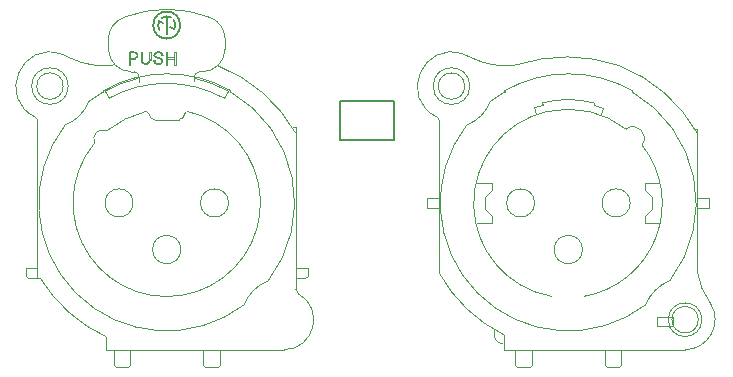
<source format=gto>
G04 #@! TF.FileFunction,Legend,Top*
%FSLAX46Y46*%
G04 Gerber Fmt 4.6, Leading zero omitted, Abs format (unit mm)*
G04 Created by KiCad (PCBNEW 4.0.6) date 06/08/17 14:58:16*
%MOMM*%
%LPD*%
G01*
G04 APERTURE LIST*
%ADD10C,0.100000*%
%ADD11C,0.066040*%
%ADD12C,0.101600*%
%ADD13C,0.129540*%
%ADD14C,0.139700*%
%ADD15C,0.198120*%
%ADD16C,0.150000*%
G04 APERTURE END LIST*
D10*
D11*
X96781820Y-89300760D02*
X96921520Y-89300760D01*
X96921520Y-89300760D02*
X96921520Y-88200940D01*
X96781820Y-88200940D02*
X96921520Y-88200940D01*
X96781820Y-89300760D02*
X96781820Y-88200940D01*
X97795280Y-88940080D02*
X97937520Y-88940080D01*
X97937520Y-88940080D02*
X97937520Y-88195860D01*
X97795280Y-88195860D02*
X97937520Y-88195860D01*
X97795280Y-88940080D02*
X97795280Y-88195860D01*
X98506480Y-88922300D02*
X98646180Y-88922300D01*
X98646180Y-88922300D02*
X98646180Y-88195860D01*
X98506480Y-88195860D02*
X98646180Y-88195860D01*
X98506480Y-88922300D02*
X98506480Y-88195860D01*
X99911100Y-89295680D02*
X100048260Y-89295680D01*
X100048260Y-89295680D02*
X100048260Y-88200940D01*
X99911100Y-88200940D02*
X100048260Y-88200940D01*
X99911100Y-89295680D02*
X99911100Y-88200940D01*
X100619760Y-89295680D02*
X100759460Y-89295680D01*
X100759460Y-89295680D02*
X100759460Y-88195860D01*
X100619760Y-88195860D02*
X100759460Y-88195860D01*
X100619760Y-89295680D02*
X100619760Y-88195860D01*
X100033020Y-88777520D02*
X100637540Y-88777520D01*
X100637540Y-88777520D02*
X100637540Y-88645440D01*
X100033020Y-88645440D02*
X100637540Y-88645440D01*
X100033020Y-88777520D02*
X100033020Y-88645440D01*
X99530100Y-88515900D02*
X99677420Y-88515900D01*
X99677420Y-88515900D02*
X99677420Y-88457480D01*
X99530100Y-88457480D02*
X99677420Y-88457480D01*
X99530100Y-88515900D02*
X99530100Y-88457480D01*
X98851920Y-88975640D02*
X98991620Y-88975640D01*
X98991620Y-88975640D02*
X98991620Y-88927380D01*
X98851920Y-88927380D02*
X98991620Y-88927380D01*
X98851920Y-88975640D02*
X98851920Y-88927380D01*
D12*
X97650500Y-90751100D02*
X97650500Y-90332000D01*
X97251720Y-89900200D02*
X96941840Y-89890040D01*
X104937760Y-87040160D02*
X104937760Y-88000280D01*
X94810780Y-91520720D02*
X95151140Y-92120160D01*
X104848860Y-92130320D02*
X105189220Y-91510560D01*
D13*
X96870720Y-88266980D02*
X97272040Y-88266980D01*
X97282200Y-88780060D02*
X96891040Y-88780060D01*
D14*
X98920500Y-88990880D02*
X98925580Y-89016280D01*
D15*
X100000000Y-86661700D02*
X100000000Y-85272320D01*
X99685040Y-85770160D02*
X99365000Y-85582200D01*
X100317500Y-86125760D02*
X100624840Y-86311180D01*
D12*
X89301520Y-107388100D02*
X88280440Y-107388100D01*
X88280440Y-107388100D02*
X88062000Y-107169660D01*
X88062000Y-107169660D02*
X88062000Y-106499100D01*
X88062000Y-106499100D02*
X89060220Y-106499100D01*
X89060220Y-106499100D02*
X89060220Y-93971820D01*
X94881900Y-112338560D02*
X94881900Y-113428220D01*
X94881900Y-113428220D02*
X109918700Y-113428220D01*
X110939780Y-108327900D02*
X110939780Y-94611900D01*
X110939780Y-94611900D02*
X110708640Y-94611900D01*
X95501660Y-113489180D02*
X95501660Y-114759180D01*
X95501660Y-114759180D02*
X95671840Y-114929360D01*
X95671840Y-114929360D02*
X96720860Y-114929360D01*
X96720860Y-114929360D02*
X96891040Y-114759180D01*
X96891040Y-114759180D02*
X96891040Y-113468860D01*
X103098800Y-113489180D02*
X103098800Y-114749020D01*
X103098800Y-114749020D02*
X103279140Y-114929360D01*
X103279140Y-114929360D02*
X104328160Y-114929360D01*
X104328160Y-114929360D02*
X104498340Y-114759180D01*
X104498340Y-114759180D02*
X104498340Y-113479020D01*
X105389880Y-91591840D02*
X105417820Y-91490240D01*
X94602500Y-91510560D02*
X94640600Y-91591840D01*
X101587500Y-93331740D02*
X101318260Y-93811800D01*
X101028700Y-93961660D02*
X98991620Y-93961660D01*
X98702060Y-93821960D02*
X98430280Y-93380000D01*
X110988040Y-107388100D02*
X111719560Y-107388100D01*
X111719560Y-107388100D02*
X111938000Y-107169660D01*
X111938000Y-107169660D02*
X111938000Y-106488940D01*
X111938000Y-106488940D02*
X110988040Y-106488940D01*
X89060220Y-107350000D02*
X89060220Y-106519420D01*
X97150120Y-101000000D02*
G75*
G03X97150120Y-101000000I-1188720J0D01*
G01*
X105237480Y-101000000D02*
G75*
G03X105237480Y-101000000I-1188720J0D01*
G01*
X101198880Y-104949700D02*
G75*
G03X101198880Y-104949700I-1198880J0D01*
G01*
D15*
X101143000Y-85945420D02*
G75*
G03X101143000Y-85945420I-1143000J0D01*
G01*
D12*
X91229380Y-91111780D02*
G75*
G03X91229380Y-91111780I-1117600J0D01*
G01*
X91661180Y-91111780D02*
G75*
G03X91661180Y-91111780I-1549400J0D01*
G01*
X97654112Y-90330774D02*
G75*
G03X97251720Y-89900200I-432872J-1226D01*
G01*
X95072493Y-88074947D02*
G75*
G03X96941840Y-89890040I1930307J117847D01*
G01*
X95062350Y-87093244D02*
G75*
G03X95072400Y-88071400I10004950J-386336D01*
G01*
X96411641Y-85271348D02*
G75*
G03X95062240Y-87090960I634339J-1880572D01*
G01*
X99997988Y-84602746D02*
G75*
G03X96410980Y-85272320I57892J-10252994D01*
G01*
X103736957Y-85319923D02*
G75*
G03X100000000Y-84601760I-3759817J-9482477D01*
G01*
X104938542Y-87041722D02*
G75*
G03X103738880Y-85320580I-1974362J-97498D01*
G01*
X103050700Y-89890009D02*
G75*
G03X104937760Y-88000280I-23020J1910049D01*
G01*
X103024493Y-89889815D02*
G75*
G03X102748280Y-89890040I-126353J-14386785D01*
G01*
X102748370Y-89892333D02*
G75*
G03X102339340Y-90321840I58330J-465067D01*
G01*
X102339527Y-90733222D02*
G75*
G03X102339340Y-90321840I-16835307J198022D01*
G01*
X97541467Y-90465527D02*
G75*
G03X94810780Y-91520720I2669353J-10968813D01*
G01*
X104841805Y-92124650D02*
G75*
G03X95151140Y-92120160I-4849425J-8829630D01*
G01*
X105177588Y-91505700D02*
G75*
G03X102448560Y-90471700I-5456988J-10284240D01*
G01*
D13*
X97282335Y-88779853D02*
G75*
G03X97272040Y-88266980I-10295J256333D01*
G01*
D14*
X97864551Y-88870153D02*
G75*
G03X98120400Y-89237260I393009J1193D01*
G01*
X98121210Y-89237374D02*
G75*
G03X98310900Y-89242340I121110J1000874D01*
G01*
X98310353Y-89238907D02*
G75*
G03X98575060Y-88871500I-90893J344547D01*
G01*
X98924969Y-89014756D02*
G75*
G03X99055120Y-89191540I252071J49276D01*
G01*
X99055495Y-89192556D02*
G75*
G03X99215140Y-89247420I251085J470916D01*
G01*
X99215131Y-89246978D02*
G75*
G03X99365000Y-89247420I76209J431358D01*
G01*
X99367349Y-89246959D02*
G75*
G03X99456440Y-89227100I-169989J972359D01*
G01*
X99456054Y-89225734D02*
G75*
G03X99580900Y-89135660I-58034J211994D01*
G01*
X99581530Y-89137257D02*
G75*
G03X99616460Y-89067080I-262250J174317D01*
G01*
X99616452Y-89066634D02*
G75*
G03X99611380Y-88901980I-215892J75754D01*
G01*
X99612686Y-88900332D02*
G75*
G03X99486920Y-88785140I-189266J-80388D01*
G01*
X99486210Y-88786679D02*
G75*
G03X99331980Y-88741960I-751130J-2302241D01*
G01*
X99171304Y-88698357D02*
G75*
G03X99331980Y-88741960I1395116J4823037D01*
G01*
X99022057Y-88626950D02*
G75*
G03X99166880Y-88696240I279443J398070D01*
G01*
X98966387Y-88526751D02*
G75*
G03X99022100Y-88625120I129373J8311D01*
G01*
X98966124Y-88456830D02*
G75*
G03X98966220Y-88526060I683356J-33670D01*
G01*
X99006207Y-88347009D02*
G75*
G03X98966220Y-88457480I160673J-120631D01*
G01*
X99121297Y-88271698D02*
G75*
G03X99006860Y-88345720I45583J-195942D01*
G01*
X99270385Y-88252145D02*
G75*
G03X99121160Y-88272060I26035J-764135D01*
G01*
X99420533Y-88266363D02*
G75*
G03X99271020Y-88251740I-129193J-549257D01*
G01*
X99521106Y-88325989D02*
G75*
G03X99420880Y-88266980I-143406J-128951D01*
G01*
X99582662Y-88405448D02*
G75*
G03X99522480Y-88325400I-527542J-333972D01*
G01*
X99600683Y-88441257D02*
G75*
G03X99580900Y-88406680I-405863J-209263D01*
G01*
D15*
X100366198Y-85304968D02*
G75*
G03X99580900Y-85335820I-366198J-688712D01*
G01*
X99364020Y-85582143D02*
G75*
G03X99400560Y-86361980I641060J-360737D01*
G01*
X100624920Y-86308819D02*
G75*
G03X100599440Y-85531400I-630000J368479D01*
G01*
D12*
X89061255Y-93971181D02*
G75*
G03X88910360Y-93750840I-237255J-639D01*
G01*
X91129668Y-88412124D02*
G75*
G03X88910360Y-93750840I-1000108J-2714896D01*
G01*
X91796062Y-88711361D02*
G75*
G03X91130320Y-88411760I-17498322J-37993439D01*
G01*
X91848108Y-88734002D02*
G75*
G03X95600720Y-89316000I2807732J5714662D01*
G01*
X110918023Y-95091063D02*
G75*
G03X104320540Y-89382040I-11271083J-6358517D01*
G01*
X89308232Y-107398390D02*
G75*
G03X94881900Y-112338560I10994028J6789550D01*
G01*
X109920519Y-113426963D02*
G75*
G03X111137900Y-108688580I-1819J2526043D01*
G01*
X110937585Y-108327809D02*
G75*
G03X111137900Y-108688580I388275J-20411D01*
G01*
X91404586Y-94400832D02*
G75*
G03X93401080Y-92412260I-1208986J3210312D01*
G01*
X91401685Y-94402325D02*
G75*
G03X106558280Y-109628380I8600855J-6595135D01*
G01*
X108596071Y-107589467D02*
G75*
G03X106558280Y-109628380I1287069J-3324153D01*
G01*
X108604404Y-107584018D02*
G75*
G03X105389880Y-91591840I-8619644J6586558D01*
G01*
X105417145Y-91492862D02*
G75*
G03X94602500Y-91510560I-5391745J-9527458D01*
G01*
X94632187Y-91596893D02*
G75*
G03X93411240Y-92402100I5075713J-9024647D01*
G01*
X98245886Y-93254183D02*
G75*
G03X94902220Y-94911620I2081774J-8401137D01*
G01*
X94901362Y-94909490D02*
G75*
G03X93911620Y-95912380I-349662J-644750D01*
G01*
X93909143Y-95912493D02*
G75*
G03X101818640Y-93270780I6093397J-5082427D01*
G01*
X101816544Y-93269845D02*
G75*
G03X101587500Y-93331740I-76644J-171115D01*
G01*
X101028690Y-93961189D02*
G75*
G03X101318260Y-93811800I38110J281469D01*
G01*
X98702183Y-93821650D02*
G75*
G03X98991620Y-93961660I238637J124150D01*
G01*
X98432099Y-93378502D02*
G75*
G03X98260100Y-93250460I-166919J-44678D01*
G01*
D11*
X141498080Y-111388600D02*
X142829040Y-111388600D01*
X142829040Y-111388600D02*
X142829040Y-110687560D01*
X141498080Y-110687560D02*
X142829040Y-110687560D01*
X141498080Y-111388600D02*
X141498080Y-110687560D01*
D12*
X123060220Y-106499100D02*
X123060220Y-93971820D01*
X128551700Y-112168380D02*
X128551700Y-113428220D01*
X128551700Y-113428220D02*
X143918700Y-113428220D01*
X144929620Y-106798820D02*
X144929620Y-94761760D01*
X144929620Y-94761760D02*
X144769600Y-94761760D01*
X129501660Y-113489180D02*
X129501660Y-114759180D01*
X129501660Y-114759180D02*
X129671840Y-114929360D01*
X129671840Y-114929360D02*
X130720860Y-114929360D01*
X130720860Y-114929360D02*
X130891040Y-114759180D01*
X130891040Y-114759180D02*
X130891040Y-113468860D01*
X137098800Y-113489180D02*
X137098800Y-114749020D01*
X137098800Y-114749020D02*
X137279140Y-114929360D01*
X137279140Y-114929360D02*
X138328160Y-114929360D01*
X138328160Y-114929360D02*
X138498340Y-114759180D01*
X138498340Y-114759180D02*
X138498340Y-113479020D01*
X139389880Y-91591840D02*
X139417820Y-91490240D01*
X128602500Y-91510560D02*
X128640600Y-91591840D01*
X123060220Y-106908040D02*
X123060220Y-106519420D01*
X126301260Y-99300740D02*
X127510300Y-99300740D01*
X127510300Y-99300740D02*
X127510300Y-99872240D01*
X127510300Y-99872240D02*
X126910860Y-100471680D01*
X126910860Y-100471680D02*
X126910860Y-101518160D01*
X126910860Y-101518160D02*
X127510300Y-102117600D01*
X127510300Y-102117600D02*
X127510300Y-102689100D01*
X127510300Y-102689100D02*
X126301260Y-102689100D01*
X141698740Y-102699260D02*
X140489700Y-102699260D01*
X140489700Y-102699260D02*
X140489700Y-102127760D01*
X140489700Y-102127760D02*
X141089140Y-101528320D01*
X141089140Y-101528320D02*
X141089140Y-100481840D01*
X141089140Y-100481840D02*
X140489700Y-99882400D01*
X140489700Y-99882400D02*
X140489700Y-99310900D01*
X140489700Y-99310900D02*
X141698740Y-99310900D01*
X123011960Y-100550420D02*
X122062000Y-100550420D01*
X122062000Y-100550420D02*
X122062000Y-101449580D01*
X122062000Y-101449580D02*
X123011960Y-101449580D01*
X144967720Y-100550420D02*
X145938000Y-100550420D01*
X145938000Y-100550420D02*
X145938000Y-101449580D01*
X145938000Y-101449580D02*
X144967720Y-101449580D01*
X131231400Y-93440960D02*
X131061220Y-92920260D01*
X131061220Y-92920260D02*
X131841000Y-92701820D01*
X131841000Y-92701820D02*
X131790200Y-92541800D01*
X136199640Y-92551960D02*
X136159000Y-92681500D01*
X136159000Y-92681500D02*
X136959100Y-92940580D01*
X136959100Y-92940580D02*
X136748280Y-93481600D01*
X131150120Y-101000000D02*
G75*
G03X131150120Y-101000000I-1188720J0D01*
G01*
X139237480Y-101000000D02*
G75*
G03X139237480Y-101000000I-1188720J0D01*
G01*
X135198880Y-104949700D02*
G75*
G03X135198880Y-104949700I-1198880J0D01*
G01*
X125229380Y-91111780D02*
G75*
G03X125229380Y-91111780I-1117600J0D01*
G01*
X125661180Y-91111780D02*
G75*
G03X125661180Y-91111780I-1549400J0D01*
G01*
X145308080Y-110888220D02*
G75*
G03X145308080Y-110888220I-1419860J0D01*
G01*
X145005820Y-110888220D02*
G75*
G03X145005820Y-110888220I-1117600J0D01*
G01*
X123061255Y-93971181D02*
G75*
G03X122910360Y-93750840I-237255J-639D01*
G01*
X125129668Y-88412124D02*
G75*
G03X122910360Y-93750840I-1000108J-2714896D01*
G01*
X125796062Y-88711361D02*
G75*
G03X125130320Y-88411760I-17498322J-37993439D01*
G01*
X125848108Y-88734002D02*
G75*
G03X129600720Y-89316000I2807732J5714662D01*
G01*
X144918023Y-95091063D02*
G75*
G03X138320540Y-89382040I-11271083J-6358517D01*
G01*
X123074903Y-106944924D02*
G75*
G03X128551700Y-112168380I11047017J6099864D01*
G01*
X143918932Y-113431328D02*
G75*
G03X146039600Y-109498840I-61192J2571048D01*
G01*
X144930368Y-106805976D02*
G75*
G03X146039600Y-109498840I5493272J687876D01*
G01*
X125404586Y-94400832D02*
G75*
G03X127401080Y-92412260I-1208986J3210312D01*
G01*
X125401685Y-94402325D02*
G75*
G03X140558280Y-109628380I8600855J-6595135D01*
G01*
X142596071Y-107589467D02*
G75*
G03X140558280Y-109628380I1287069J-3324153D01*
G01*
X142604404Y-107584018D02*
G75*
G03X139389880Y-91591840I-8619644J6586558D01*
G01*
X139417145Y-91492862D02*
G75*
G03X128602500Y-91510560I-5391745J-9527458D01*
G01*
X128632187Y-91596893D02*
G75*
G03X127411240Y-92402100I5075713J-9024647D01*
G01*
X138893119Y-94755830D02*
G75*
G03X135747520Y-93250460I-4982019J-6371170D01*
G01*
X140237024Y-96101837D02*
G75*
G03X138899660Y-94761760I-737924J600937D01*
G01*
X138297399Y-89372683D02*
G75*
G03X129603260Y-89316000I-4432019J-13001457D01*
G01*
X127782510Y-111808347D02*
G75*
G03X128490740Y-112927840I726010J-324473D01*
G01*
X136197454Y-92550899D02*
G75*
G03X131790200Y-92541800I-2220314J-8078261D01*
G01*
X135737807Y-93259478D02*
G75*
G03X132181360Y-93270780I-1753047J-7928482D01*
G01*
X132166406Y-93270323D02*
G75*
G03X132572520Y-108909560I1808194J-7777937D01*
G01*
X135369102Y-108904531D02*
G75*
G03X140238240Y-96100340I-1389422J7856271D01*
G01*
D16*
X119286000Y-92349000D02*
X114714000Y-92349000D01*
X119286000Y-95651000D02*
X119286000Y-92349000D01*
X114714000Y-95651000D02*
X119286000Y-95651000D01*
X114714000Y-92349000D02*
X114714000Y-95651000D01*
M02*

</source>
